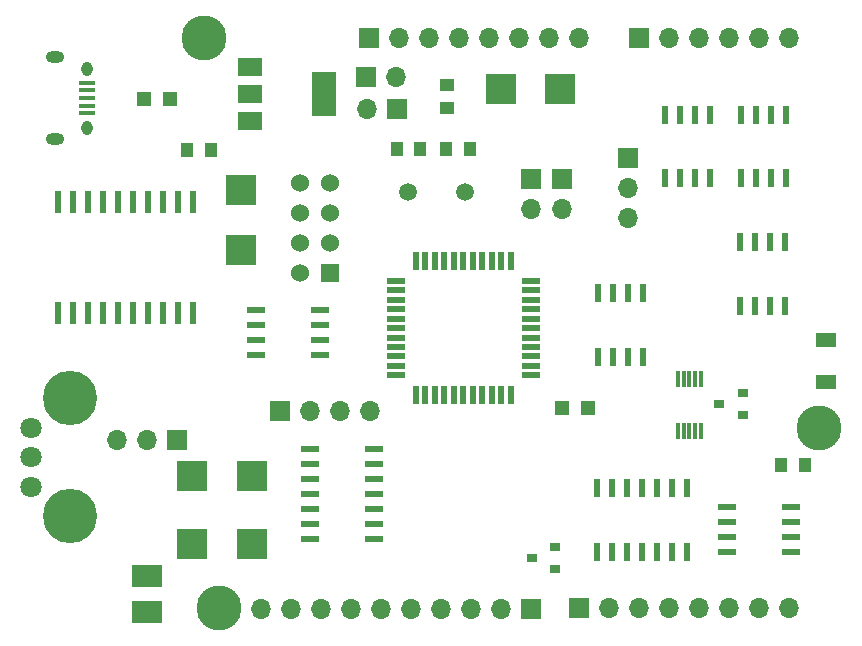
<source format=gts>
G04 #@! TF.FileFunction,Soldermask,Top*
%FSLAX46Y46*%
G04 Gerber Fmt 4.6, Leading zero omitted, Abs format (unit mm)*
G04 Created by KiCad (PCBNEW 4.0.7-e2-6376~58~ubuntu16.04.1) date Sat Dec 16 23:26:04 2017*
%MOMM*%
%LPD*%
G01*
G04 APERTURE LIST*
%ADD10C,0.100000*%
%ADD11R,0.600000X1.950000*%
%ADD12R,0.550000X1.500000*%
%ADD13R,1.500000X0.550000*%
%ADD14R,1.700000X1.700000*%
%ADD15O,1.700000X1.700000*%
%ADD16R,1.524000X1.524000*%
%ADD17C,1.524000*%
%ADD18R,1.000000X1.250000*%
%ADD19R,2.550000X2.500000*%
%ADD20R,2.500000X2.550000*%
%ADD21R,1.250000X1.000000*%
%ADD22R,1.700000X1.300000*%
%ADD23R,1.200000X1.200000*%
%ADD24C,3.800000*%
%ADD25R,0.900000X0.800000*%
%ADD26R,1.500000X0.600000*%
%ADD27R,1.550000X0.600000*%
%ADD28R,2.000000X3.800000*%
%ADD29R,2.000000X1.500000*%
%ADD30R,0.600000X1.500000*%
%ADD31R,0.600000X1.550000*%
%ADD32R,0.300000X1.400000*%
%ADD33C,1.800000*%
%ADD34C,4.600000*%
%ADD35R,1.350000X0.400000*%
%ADD36O,0.950000X1.250000*%
%ADD37O,1.550000X1.000000*%
%ADD38C,1.500000*%
%ADD39R,2.500000X1.950000*%
G04 APERTURE END LIST*
D10*
D11*
X116635000Y-96950000D03*
X117905000Y-96950000D03*
X119175000Y-96950000D03*
X120445000Y-96950000D03*
X121715000Y-96950000D03*
X122985000Y-96950000D03*
X124255000Y-96950000D03*
X125525000Y-96950000D03*
X126795000Y-96950000D03*
X128065000Y-96950000D03*
X128065000Y-87550000D03*
X126795000Y-87550000D03*
X125525000Y-87550000D03*
X124255000Y-87550000D03*
X122985000Y-87550000D03*
X121715000Y-87550000D03*
X120445000Y-87550000D03*
X119175000Y-87550000D03*
X117905000Y-87550000D03*
X116635000Y-87550000D03*
D12*
X146950000Y-103925000D03*
X147750000Y-103925000D03*
X148550000Y-103925000D03*
X149350000Y-103925000D03*
X150150000Y-103925000D03*
X150950000Y-103925000D03*
X151750000Y-103925000D03*
X152550000Y-103925000D03*
X153350000Y-103925000D03*
X154150000Y-103925000D03*
X154950000Y-103925000D03*
D13*
X156650000Y-102225000D03*
X156650000Y-101425000D03*
X156650000Y-100625000D03*
X156650000Y-99825000D03*
X156650000Y-99025000D03*
X156650000Y-98225000D03*
X156650000Y-97425000D03*
X156650000Y-96625000D03*
X156650000Y-95825000D03*
X156650000Y-95025000D03*
X156650000Y-94225000D03*
D12*
X154950000Y-92525000D03*
X154150000Y-92525000D03*
X153350000Y-92525000D03*
X152550000Y-92525000D03*
X151750000Y-92525000D03*
X150950000Y-92525000D03*
X150150000Y-92525000D03*
X149350000Y-92525000D03*
X148550000Y-92525000D03*
X147750000Y-92525000D03*
X146950000Y-92525000D03*
D13*
X145250000Y-94225000D03*
X145250000Y-95025000D03*
X145250000Y-95825000D03*
X145250000Y-96625000D03*
X145250000Y-97425000D03*
X145250000Y-98225000D03*
X145250000Y-99025000D03*
X145250000Y-99825000D03*
X145250000Y-100625000D03*
X145250000Y-101425000D03*
X145250000Y-102225000D03*
D14*
X165824400Y-73651000D03*
D15*
X168364400Y-73651000D03*
X170904400Y-73651000D03*
X173444400Y-73651000D03*
X175984400Y-73651000D03*
X178524400Y-73651000D03*
D16*
X139625000Y-93575000D03*
D17*
X137085000Y-93575000D03*
X139625000Y-91035000D03*
X137085000Y-91035000D03*
X139625000Y-88495000D03*
X137085000Y-88495000D03*
X139625000Y-85955000D03*
X137085000Y-85955000D03*
D18*
X147300000Y-83025000D03*
X145300000Y-83025000D03*
X149525000Y-83025000D03*
X151525000Y-83025000D03*
D19*
X133025000Y-110750000D03*
X127975000Y-110750000D03*
D20*
X132150000Y-91600000D03*
X132150000Y-86550000D03*
D19*
X159175000Y-78000000D03*
X154125000Y-78000000D03*
X128000000Y-116525000D03*
X133050000Y-116525000D03*
D18*
X127550000Y-83175000D03*
X129550000Y-83175000D03*
D21*
X149550000Y-79600000D03*
X149550000Y-77600000D03*
D18*
X179870000Y-109800000D03*
X177870000Y-109800000D03*
D22*
X181650000Y-99250000D03*
X181650000Y-102750000D03*
D23*
X159350000Y-104975000D03*
X161550000Y-104975000D03*
X123950000Y-78850000D03*
X126150000Y-78850000D03*
D24*
X130289800Y-121936400D03*
X129019800Y-73651000D03*
X181089800Y-106671000D03*
D14*
X160769800Y-121911000D03*
D15*
X163309800Y-121911000D03*
X165849800Y-121911000D03*
X168389800Y-121911000D03*
X170929800Y-121911000D03*
X173469800Y-121911000D03*
X176009800Y-121911000D03*
X178549800Y-121911000D03*
D14*
X156700000Y-121975000D03*
D15*
X154160000Y-121975000D03*
X151620000Y-121975000D03*
X149080000Y-121975000D03*
X146540000Y-121975000D03*
X144000000Y-121975000D03*
X141460000Y-121975000D03*
X138920000Y-121975000D03*
X136380000Y-121975000D03*
X133840000Y-121975000D03*
D14*
X142989800Y-73651000D03*
D15*
X145529800Y-73651000D03*
X148069800Y-73651000D03*
X150609800Y-73651000D03*
X153149800Y-73651000D03*
X155689800Y-73651000D03*
X158229800Y-73651000D03*
X160769800Y-73651000D03*
D25*
X158750000Y-118650000D03*
X158750000Y-116750000D03*
X156750000Y-117700000D03*
D26*
X138000000Y-108465000D03*
X138000000Y-109735000D03*
X138000000Y-111005000D03*
X138000000Y-112275000D03*
X138000000Y-113545000D03*
X138000000Y-114815000D03*
X138000000Y-116085000D03*
X143400000Y-116085000D03*
X143400000Y-114815000D03*
X143400000Y-113545000D03*
X143400000Y-112275000D03*
X143400000Y-111005000D03*
X143400000Y-109735000D03*
X143400000Y-108465000D03*
D27*
X138825000Y-100530000D03*
X138825000Y-99260000D03*
X138825000Y-97990000D03*
X138825000Y-96720000D03*
X133425000Y-96720000D03*
X133425000Y-97990000D03*
X133425000Y-99260000D03*
X133425000Y-100530000D03*
D28*
X139175000Y-78400000D03*
D29*
X132875000Y-78400000D03*
X132875000Y-80700000D03*
X132875000Y-76100000D03*
D30*
X169860000Y-111800000D03*
X168590000Y-111800000D03*
X167320000Y-111800000D03*
X166050000Y-111800000D03*
X164780000Y-111800000D03*
X163510000Y-111800000D03*
X162240000Y-111800000D03*
X162240000Y-117200000D03*
X163510000Y-117200000D03*
X164780000Y-117200000D03*
X166050000Y-117200000D03*
X167320000Y-117200000D03*
X168590000Y-117200000D03*
X169860000Y-117200000D03*
D31*
X178230000Y-90950000D03*
X176960000Y-90950000D03*
X175690000Y-90950000D03*
X174420000Y-90950000D03*
X174420000Y-96350000D03*
X175690000Y-96350000D03*
X176960000Y-96350000D03*
X178230000Y-96350000D03*
D32*
X171100000Y-102525000D03*
X170600000Y-102525000D03*
X170100000Y-102525000D03*
X169600000Y-102525000D03*
X169100000Y-102525000D03*
X169100000Y-106925000D03*
X169600000Y-106925000D03*
X170100000Y-106925000D03*
X170600000Y-106925000D03*
X171100000Y-106925000D03*
D31*
X171805000Y-80150000D03*
X170535000Y-80150000D03*
X169265000Y-80150000D03*
X167995000Y-80150000D03*
X167995000Y-85550000D03*
X169265000Y-85550000D03*
X170535000Y-85550000D03*
X171805000Y-85550000D03*
X166180000Y-95275000D03*
X164910000Y-95275000D03*
X163640000Y-95275000D03*
X162370000Y-95275000D03*
X162370000Y-100675000D03*
X163640000Y-100675000D03*
X164910000Y-100675000D03*
X166180000Y-100675000D03*
D27*
X178675000Y-117205000D03*
X178675000Y-115935000D03*
X178675000Y-114665000D03*
X178675000Y-113395000D03*
X173275000Y-113395000D03*
X173275000Y-114665000D03*
X173275000Y-115935000D03*
X173275000Y-117205000D03*
D31*
X178280000Y-80150000D03*
X177010000Y-80150000D03*
X175740000Y-80150000D03*
X174470000Y-80150000D03*
X174470000Y-85550000D03*
X175740000Y-85550000D03*
X177010000Y-85550000D03*
X178280000Y-85550000D03*
D33*
X114364000Y-111671000D03*
X114364000Y-109171000D03*
X114364000Y-106671000D03*
D34*
X117664000Y-114171000D03*
X117664000Y-104171000D03*
D14*
X164900000Y-83825000D03*
D15*
X164900000Y-86365000D03*
X164900000Y-88905000D03*
D14*
X135450000Y-105275000D03*
D15*
X137990000Y-105275000D03*
X140530000Y-105275000D03*
X143070000Y-105275000D03*
D35*
X119050000Y-77450000D03*
X119050000Y-78100000D03*
X119050000Y-78750000D03*
X119050000Y-79400000D03*
X119050000Y-80050000D03*
D36*
X119050000Y-76250000D03*
X119050000Y-81250000D03*
D37*
X116350000Y-75250000D03*
X116350000Y-82250000D03*
D25*
X174600000Y-105600000D03*
X174600000Y-103700000D03*
X172600000Y-104650000D03*
D14*
X126750000Y-107700000D03*
D15*
X124210000Y-107700000D03*
X121670000Y-107700000D03*
D38*
X146250000Y-86700000D03*
X151130000Y-86700000D03*
D14*
X142750000Y-77000000D03*
D15*
X145290000Y-77000000D03*
D14*
X145300000Y-79650000D03*
D15*
X142760000Y-79650000D03*
D14*
X159350000Y-85600000D03*
D15*
X159350000Y-88140000D03*
D14*
X156700000Y-85600000D03*
D15*
X156700000Y-88140000D03*
D39*
X124150000Y-119175000D03*
X124150000Y-122225000D03*
M02*

</source>
